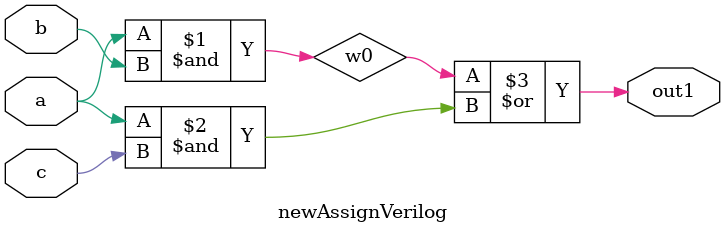
<source format=v>
module newAssignVerilog(a,b,c,out1); input a,b,c; output out1;  wire w0; assign w0 = a & b; assign out1 = w0 | (a & c); endmodule
</source>
